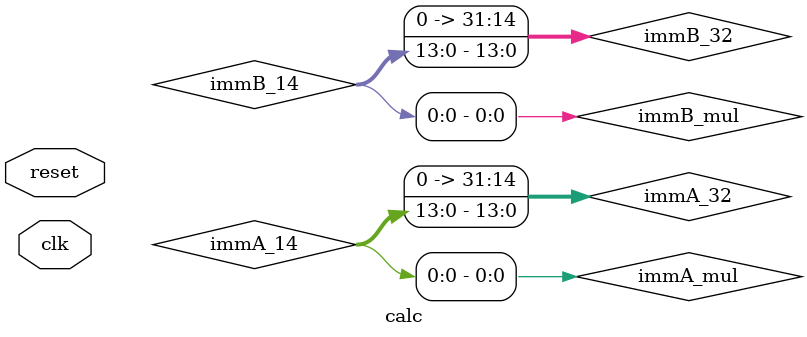
<source format=v>

`include "adder32.v"
`include "registers.v"
`include "signExtend.v"
`include "2way32mux.v"
`include "instructionMem.v"
`include "controlUnit.v"
`include "decoder.v"

module calc (
input clk,
input reset
  );
//**WIRING**\\

//adder
wire [31:0] pc_curr; //current program counter
wire [31:0] pc_up; //update program counter

//sign extend
wire [13:0] immA_14; //immediate A pre-sign extend
wire [31:0] immA_32; //immediate A post-sign extend, fed to addsub
wire [13:0] immB_14;  //immediate B pre-sign extend
wire [31:0] immB_32; //immediate B post-sign extend, fed to mux

// wire [15:0] immA_mul;
// wire [15:0] immB_mul;

//Add subtractor
wire[31:0] addsub_Bin; //B input for ALU

//Accumulator register
wire [31:0] add_res;
wire [31:0] sub_res;
wire [31:0] addsub_res;
wire [31:0] mul_res;
wire [31:0] accum_in;
wire [31:0] accum_out;

//Controller
wire signControl;
wire storePrevControl;
wire op_in;

//memory
wire [31:0] instruction;

//decoder
wire [2:0] funct_code;



//**MODULES**\\
//Control Unit
controlLogic CU(.signControl(signControl),
                .storePrevControl(storePrevControl),
                .op_in(op_in),
                .memControl(), //empty of purpose
                .funct(funct_code), //TODO from decoder
                .clk(clk));

// Program Counter register
register32 PC  (.q(pc_curr),
               .d(reset ? 32'b0 : pc_up),
               .wrenable(1'b1),
               .clk(clk));
// 32-bit adder
FullAdder32bit adder(.sum(pc_up),
                     .carryout(), //no need to connect
                     .overflow(), //no need to connect
                     .a(pc_curr),
                     .b(32'b00000000000000000000000000000100), //increment by 4
                     .subtract(1'b0));


//Instruction Memory (take 32-bits retrun 35-bit instructions)
memory instMem(.PC(pc_curr),
               .instruction(instruction),
               .data_out(), //no need to connect
               .data_in(),  //no need to connect
               .data_addr(), //no need to connect
               .clk(clk),
               .wr_en() //no need to connect
);

//decoder
instructionDecoder decode(.immB(immB_14),
              .immA(immA_14),
              .funct(funct_code),
              .instruction(instruction)
              );

assign immA_32={18'b000000000000000000,immA_14};
assign immB_32={18'b000000000000000000,immB_14};

assign immA_mul={2'b00,immA_14};
assign immB_mul={2'b00,immB_14};

// //Sign Extend A
// signextend signExtendA(.sign_in(immA_14),
//                       .sign_out(immA_32));
// //Sign Extend B
// signextend signExtendB(.sign_in(immB_14),
//                       .sign_out(immB_32));

//Novel Operation Mux
mux2way32b novel_op(.out(addsub_Bin),
                   .address(storePrevControl),
                   .input0(accum_out),
                   .input1(immB_32));

// Adder/Subtractor
// FullAdder32bit add_sub(.sum(add_res),
//                      .carryout(), //no need to connect
//                      .overflow(), //no need to connect
//                      .a(immA_32),
//                      .b(addsub_Bin),
//                      .subtract(signControl));

FullAdderTest addSuber(.sum(add_res),
                     .carryout(),
                     .a(immA_32),
                     .b(addsub_Bin),
                     .carryin(signControl));

FullSubTest Suber(.sum(sub_res),
              .carryout(),
              .a(immA_32),
              .b(addsub_Bin),
              .carryin(1'b0));

mux2way32b operMuxaddsub(.out(addsub_res),
                      .address(signControl),
                      .input0(add_res),
                      .input1(sub_res));


mux2way32b operation_in(.out(accum_in),
                        .address(op_in),
                        .input0(addsub_res),
                        .input1(mul_res));

//Accumulator register
register32 accumulator (.q(accum_out),
                        .d(accum_in),
                        .wrenable(1'b1),  //TODO should the reg always update
                        .clk(clk));


endmodule //

</source>
